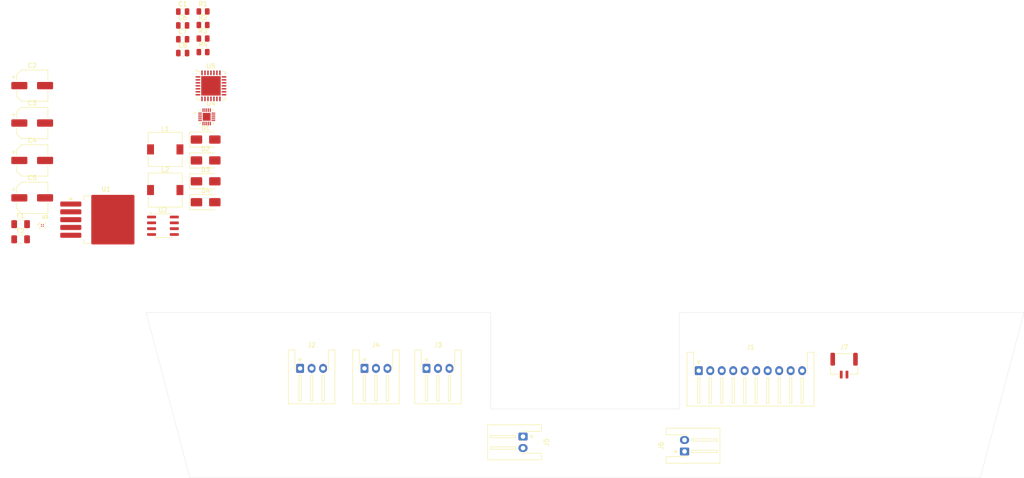
<source format=kicad_pcb>
(kicad_pcb (version 20241229) (generator "pcbnew") (generator_version "9.0")
  (layers (0 "F.Cu" signal) (2 "B.Cu" signal) (13 "F.Paste" user) (15 "B.Paste" user) (5 "F.SilkS" user "F.Silkscreen") (7 "B.SilkS" user "B.Silkscreen") (1 "F.Mask" user) (3 "B.Mask" user) (25 "Edge.Cuts" user))
  (net 0 "")
  (net 1 "Net-(D1-K)")
  (net 2 "Net-(D3-A)")
  (net 3 "Net-(U1-FB)")
  (net 4 "Net-(D4-K)")
  (net 5 "Net-(U2-TC)")
  (net 6 "Net-(U4-1.8VOUT)")
  (net 7 "Net-(U4-VCP)")
  (net 8 "Net-(D1-A)")
  (net 9 "Net-(D2-A)")
  (net 10 "Net-(D3-K)")
  (net 11 "Net-(D4-A)")
  (net 12 "Net-(J6-Pin_2)")
  (net 13 "Net-(J5-Pin_2)")
  (net 14 "Net-(J1-Pin_4)")
  (net 15 "Net-(J1-Pin_3)")
  (net 16 "Net-(J1-Pin_8)")
  (net 17 "Net-(J1-Pin_5)")
  (net 18 "Net-(J1-Pin_7)")
  (net 19 "Net-(J1-Pin_10)")
  (net 20 "Net-(J1-Pin_9)")
  (net 22 "Net-(J4-Pin_3)")
  (net 23 "Net-(J4-Pin_2)")
  (net 24 "Net-(J4-Pin_1)")
  (net 25 "Net-(U2-Vfb)")
  (net 26 "Net-(U3-SCL)")
  (net 27 "Net-(U3-SDA)")
  (net 28 "Net-(U4-VH)")
  (net 31 "Net-(U4-WL)")
  (net 33 "Net-(U4-UL)")
  (net 34 "Net-(U4-UH)")
  (net 35 "Net-(U4-VL)")
  (net 36 "Net-(U4-WH)")
  (footprint "Diode_SMD:D_SMA" (layer "F.Cu") (at 67.44 52.8)
    (property "Reference" "D1" (at 0 -2.5 0) (layer "F.SilkS"))
    (property "Value" "D_Schottky")
    (fp_line (start -3.51 -1.65) (end -3.51 1.65) (stroke (width 0.12)) (layer "F.SilkS"))
    (fp_line (start -3.51 -1.65) (end 2 -1.65) (stroke (width 0.12)) (layer "F.SilkS"))
    (fp_line (start -3.51 1.65) (end 2 1.65) (stroke (width 0.12)) (layer "F.SilkS"))
    (pad "1" smd roundrect (at -2 0) (size 2.5 1.8) (layers "F.Cu" "F.Mask" "F.Paste") (roundrect_rratio 0.1388888889) (net 1 "Net-(D1-K)"))
    (pad "2" smd roundrect (at 2 0) (size 2.5 1.8) (layers "F.Cu" "F.Mask" "F.Paste") (roundrect_rratio 0.1388888889) (net 8 "Net-(D1-A)"))
  )
  (footprint "Connector_JST:JST_XH_S3B-XH-A-1_1x03_P2.50mm_Horizontal" (layer "F.Cu") (at 115.5 102.65)
    (property "Reference" "J3" (at 2.5 -5.1 0) (layer "F.SilkS"))
    (property "Value" "LED Connector")
    (fp_line (start -2.56 -4.01) (end -1.14 -4.01) (stroke (width 0.12)) (layer "F.SilkS"))
    (fp_line (start -2.56 7.71) (end -2.56 -4.01) (stroke (width 0.12)) (layer "F.SilkS"))
    (fp_line (start -1.14 -4.01) (end -1.14 0.49) (stroke (width 0.12)) (layer "F.SilkS"))
    (fp_line (start -0.3 -2.1) (end 0.3 -2.1) (stroke (width 0.12)) (layer "F.SilkS"))
    (fp_line (start -0.25 1.6) (end -0.25 7.1) (stroke (width 0.12)) (layer "F.SilkS"))
    (fp_line (start -0.25 7.1) (end 0.25 7.1) (stroke (width 0.12)) (layer "F.SilkS"))
    (fp_line (start 0 -1.5) (end -0.3 -2.1) (stroke (width 0.12)) (layer "F.SilkS"))
    (fp_line (start 0.25 1.6) (end -0.25 1.6) (stroke (width 0.12)) (layer "F.SilkS"))
    (fp_line (start 0.25 7.1) (end 0.25 1.6) (stroke (width 0.12)) (layer "F.SilkS"))
    (fp_line (start 0.3 -2.1) (end 0 -1.5) (stroke (width 0.12)) (layer "F.SilkS"))
    (fp_line (start 2.25 1.6) (end 2.25 7.1) (stroke (width 0.12)) (layer "F.SilkS"))
    (fp_line (start 2.25 7.1) (end 2.75 7.1) (stroke (width 0.12)) (layer "F.SilkS"))
    (fp_line (start 2.5 7.71) (end -2.56 7.71) (stroke (width 0.12)) (layer "F.SilkS"))
    (fp_line (start 2.5 7.71) (end 7.56 7.71) (stroke (width 0.12)) (layer "F.SilkS"))
    (fp_line (start 2.75 1.6) (end 2.25 1.6) (stroke (width 0.12)) (layer "F.SilkS"))
    (fp_line (start 2.75 7.1) (end 2.75 1.6) (stroke (width 0.12)) (layer "F.SilkS"))
    (fp_line (start 4.75 1.6) (end 4.75 7.1) (stroke (width 0.12)) (layer "F.SilkS"))
    (fp_line (start 4.75 7.1) (end 5.25 7.1) (stroke (width 0.12)) (layer "F.SilkS"))
    (fp_line (start 5.25 1.6) (end 4.75 1.6) (stroke (width 0.12)) (layer "F.SilkS"))
    (fp_line (start 5.25 7.1) (end 5.25 1.6) (stroke (width 0.12)) (layer "F.SilkS"))
    (fp_line (start 6.14 -4.01) (end 6.14 0.49) (stroke (width 0.12)) (layer "F.SilkS"))
    (fp_line (start 7.56 -4.01) (end 6.14 -4.01) (stroke (width 0.12)) (layer "F.SilkS"))
    (fp_line (start 7.56 7.71) (end 7.56 -4.01) (stroke (width 0.12)) (layer "F.SilkS"))
    (pad "1" thru_hole roundrect (at 0 0) (size 1.7 1.95) (drill 0.95) (layers "*.Cu" "*.Mask") (roundrect_rratio 0.147059) (net 2 "Net-(D3-A)"))
    (pad "2" thru_hole oval (at 2.5 0) (size 1.7 1.95) (drill 0.95) (layers "*.Cu" "*.Mask") (net 2 "Net-(D3-A)"))
    (pad "3" thru_hole oval (at 5 0) (size 1.7 1.95) (drill 0.95) (layers "*.Cu" "*.Mask") (net 14 "Net-(J1-Pin_4)"))
  )
  (footprint "Capacitor_SMD:CP_Elec_6.3x5.4" (layer "F.Cu") (at 29.695 49.2)
    (property "Reference" "C3" (at 0 -4.35 0) (layer "F.SilkS"))
    (property "Value" "C_Polarized_Small")
    (fp_line (start -4.4375 -1.8475) (end -3.65 -1.8475) (stroke (width 0.12)) (layer "F.SilkS"))
    (fp_line (start -4.04375 -2.24125) (end -4.04375 -1.45375) (stroke (width 0.12)) (layer "F.SilkS"))
    (fp_line (start -3.41 -2.345563) (end -3.41 -1.06) (stroke (width 0.12)) (layer "F.SilkS"))
    (fp_line (start -3.41 -2.345563) (end -2.345563 -3.41) (stroke (width 0.12)) (layer "F.SilkS"))
    (fp_line (start -3.41 2.345563) (end -3.41 1.06) (stroke (width 0.12)) (layer "F.SilkS"))
    (fp_line (start -3.41 2.345563) (end -2.345563 3.41) (stroke (width 0.12)) (layer "F.SilkS"))
    (fp_line (start -2.345563 -3.41) (end 3.41 -3.41) (stroke (width 0.12)) (layer "F.SilkS"))
    (fp_line (start -2.345563 3.41) (end 3.41 3.41) (stroke (width 0.12)) (layer "F.SilkS"))
    (fp_line (start 3.41 -3.41) (end 3.41 -1.06) (stroke (width 0.12)) (layer "F.SilkS"))
    (fp_line (start 3.41 3.41) (end 3.41 1.06) (stroke (width 0.12)) (layer "F.SilkS"))
    (pad "1" smd roundrect (at -2.8 0) (size 3.5 1.6) (layers "F.Cu" "F.Mask" "F.Paste") (roundrect_rratio 0.15625) (net 3 "Net-(U1-FB)"))
    (pad "2" smd roundrect (at 2.8 0) (size 3.5 1.6) (layers "F.Cu" "F.Mask" "F.Paste") (roundrect_rratio 0.15625) (net 2 "Net-(D3-A)"))
  )
  (footprint "Capacitor_SMD:CP_Elec_6.3x5.4" (layer "F.Cu") (at 29.695 57.35)
    (property "Reference" "C4" (at 0 -4.35 0) (layer "F.SilkS"))
    (property "Value" "C_Polarized_Small")
    (fp_line (start -4.4375 -1.8475) (end -3.65 -1.8475) (stroke (width 0.12)) (layer "F.SilkS"))
    (fp_line (start -4.04375 -2.24125) (end -4.04375 -1.45375) (stroke (width 0.12)) (layer "F.SilkS"))
    (fp_line (start -3.41 -2.345563) (end -3.41 -1.06) (stroke (width 0.12)) (layer "F.SilkS"))
    (fp_line (start -3.41 -2.345563) (end -2.345563 -3.41) (stroke (width 0.12)) (layer "F.SilkS"))
    (fp_line (start -3.41 2.345563) (end -3.41 1.06) (stroke (width 0.12)) (layer "F.SilkS"))
    (fp_line (start -3.41 2.345563) (end -2.345563 3.41) (stroke (width 0.12)) (layer "F.SilkS"))
    (fp_line (start -2.345563 -3.41) (end 3.41 -3.41) (stroke (width 0.12)) (layer "F.SilkS"))
    (fp_line (start -2.345563 3.41) (end 3.41 3.41) (stroke (width 0.12)) (layer "F.SilkS"))
    (fp_line (start 3.41 -3.41) (end 3.41 -1.06) (stroke (width 0.12)) (layer "F.SilkS"))
    (fp_line (start 3.41 3.41) (end 3.41 1.06) (stroke (width 0.12)) (layer "F.SilkS"))
    (pad "1" smd roundrect (at -2.8 0) (size 3.5 1.6) (layers "F.Cu" "F.Mask" "F.Paste") (roundrect_rratio 0.15625) (net 3 "Net-(U1-FB)"))
    (pad "2" smd roundrect (at 2.8 0) (size 3.5 1.6) (layers "F.Cu" "F.Mask" "F.Paste") (roundrect_rratio 0.15625) (net 2 "Net-(D3-A)"))
  )
  (footprint "Connector_JST:JST_GH_BM02B-GHS-TBT_1x02-1MP_P1.25mm_Vertical" (layer "F.Cu") (at 206.375 102.05)
    (property "Reference" "J7" (at 0 -4 0) (layer "F.SilkS"))
    (property "Value" "Speaker Connector")
    (fp_line (start -2.985 0.26) (end -2.985 1.86) (stroke (width 0.12)) (layer "F.SilkS"))
    (fp_line (start -2.985 1.86) (end -1.185 1.86) (stroke (width 0.12)) (layer "F.SilkS"))
    (fp_line (start -1.715 -2.61) (end 1.715 -2.61) (stroke (width 0.12)) (layer "F.SilkS"))
    (fp_line (start -1.185 1.86) (end -1.185 2.8) (stroke (width 0.12)) (layer "F.SilkS"))
    (fp_line (start 2.985 0.26) (end 2.985 1.86) (stroke (width 0.12)) (layer "F.SilkS"))
    (fp_line (start 2.985 1.86) (end 1.185 1.86) (stroke (width 0.12)) (layer "F.SilkS"))
    (pad "1" smd roundrect (at -0.625 1.95) (size 0.6 1.7) (layers "F.Cu" "F.Mask" "F.Paste") (net 19 "Net-(J1-Pin_10)"))
    (pad "2" smd roundrect (at 0.625 1.95) (size 0.6 1.7) (layers "F.Cu" "F.Mask" "F.Paste") (net 20 "Net-(J1-Pin_9)"))
    (pad "MP" smd roundrect (at -2.475 -1.4) (size 1 2.8) (layers "F.Cu" "F.Mask" "F.Paste"))
    (pad "MP" smd roundrect (at 2.475 -1.4) (size 1 2.8) (layers "F.Cu" "F.Mask" "F.Paste"))
  )
  (footprint "Connector_JST:JST_XH_S2B-XH-A-1_1x02_P2.50mm_Horizontal" (layer "F.Cu") (at 171.65 120.75 90)
    (property "Reference" "J6" (at 1.25 -5.1 90) (layer "F.SilkS"))
    (property "Value" "12v Input 2")
    (fp_line (start 5.06 -4.01) (end 3.64 -4.01) (stroke (width 0.12)) (layer "F.SilkS"))
    (fp_line (start 3.64 -4.01) (end 3.64 0.49) (stroke (width 0.12)) (layer "F.SilkS"))
    (fp_line (start -1.14 -4.01) (end -1.14 0.49) (stroke (width 0.12)) (layer "F.SilkS"))
    (fp_line (start -2.56 -4.01) (end -1.14 -4.01) (stroke (width 0.12)) (layer "F.SilkS"))
    (fp_line (start 0.3 -2.1) (end 0 -1.5) (stroke (width 0.12)) (layer "F.SilkS"))
    (fp_line (start -0.3 -2.1) (end 0.3 -2.1) (stroke (width 0.12)) (layer "F.SilkS"))
    (fp_line (start 0 -1.5) (end -0.3 -2.1) (stroke (width 0.12)) (layer "F.SilkS"))
    (fp_line (start 2.75 1.6) (end 2.25 1.6) (stroke (width 0.12)) (layer "F.SilkS"))
    (fp_line (start 2.25 1.6) (end 2.25 7.1) (stroke (width 0.12)) (layer "F.SilkS"))
    (fp_line (start 0.25 1.6) (end -0.25 1.6) (stroke (width 0.12)) (layer "F.SilkS"))
    (fp_line (start -0.25 1.6) (end -0.25 7.1) (stroke (width 0.12)) (layer "F.SilkS"))
    (fp_line (start 2.75 7.1) (end 2.75 1.6) (stroke (width 0.12)) (layer "F.SilkS"))
    (fp_line (start 2.25 7.1) (end 2.75 7.1) (stroke (width 0.12)) (layer "F.SilkS"))
    (fp_line (start 0.25 7.1) (end 0.25 1.6) (stroke (width 0.12)) (layer "F.SilkS"))
    (fp_line (start -0.25 7.1) (end 0.25 7.1) (stroke (width 0.12)) (layer "F.SilkS"))
    (fp_line (start 5.06 7.71) (end 5.06 -4.01) (stroke (width 0.12)) (layer "F.SilkS"))
    (fp_line (start 1.25 7.71) (end 5.06 7.71) (stroke (width 0.12)) (layer "F.SilkS"))
    (fp_line (start 1.25 7.71) (end -2.56 7.71) (stroke (width 0.12)) (layer "F.SilkS"))
    (fp_line (start -2.56 7.71) (end -2.56 -4.01) (stroke (width 0.12)) (layer "F.SilkS"))
    (pad "1" thru_hole roundrect (at 0 0 90) (size 1.7 2) (drill 1) (layers "*.Cu" "*.Mask") (roundrect_rratio 0.147059) (net 2 "Net-(D3-A)"))
    (pad "2" thru_hole oval (at 2.5 0 90) (size 1.7 2) (drill 1) (layers "*.Cu" "*.Mask") (net 12 "Net-(J6-Pin_2)"))
  )
  (footprint "MMC5603NJ:XDCR_MMC5603NJ" (layer "F.Cu") (at 31.915 71.51)
    (property "Reference" "U3" (at 0.607 -1.8314 0) (layer "F.SilkS") (effects (font (size 0.64 0.64))))
    (property "Value" "MMC5603NJ")
    (fp_line (start -0.635 -0.635) (end -0.635 -0.3175) (stroke (width 0.127)) (layer "F.SilkS"))
    (fp_line (start -0.635 -0.635) (end -0.3175 -0.635) (stroke (width 0.127)) (layer "F.SilkS"))
    (fp_line (start -0.635 0.635) (end -0.635 0.3175) (stroke (width 0.127)) (layer "F.SilkS"))
    (fp_line (start -0.635 0.635) (end -0.3175 0.635) (stroke (width 0.127)) (layer "F.SilkS"))
    (fp_line (start 0.635 -0.635) (end 0.3175 -0.635) (stroke (width 0.127)) (layer "F.SilkS"))
    (fp_line (start 0.635 -0.635) (end 0.635 -0.3175) (stroke (width 0.127)) (layer "F.SilkS"))
    (fp_line (start 0.635 0.635) (end 0.3175 0.635) (stroke (width 0.127)) (layer "F.SilkS"))
    (fp_line (start 0.635 0.635) (end 0.635 0.3175) (stroke (width 0.127)) (layer "F.SilkS"))
    (fp_circle (center -0.925 -0.2) (end -0.825 -0.2) (stroke (width 0.2)) (fill no) (layer "F.SilkS"))
    (pad "A1" smd circle (at -0.2 -0.2) (size 0.23 0.23) (layers "F.Cu" "F.Paste") (net 2 "Net-(D3-A)"))
    (pad "A2" smd circle (at 0.2 -0.2) (size 0.23 0.23) (layers "F.Cu" "F.Paste") (net 26 "Net-(U3-SCL)"))
    (pad "B1" smd circle (at -0.2 0.2) (size 0.23 0.23) (layers "F.Cu" "F.Paste") (net 15 "Net-(J1-Pin_3)"))
    (pad "B2" smd circle (at 0.2 0.2) (size 0.23 0.23) (layers "F.Cu" "F.Paste") (net 27 "Net-(U3-SDA)"))
  )
  (footprint "Diode_SMD:D_SMA" (layer "F.Cu") (at 67.44 66.45)
    (property "Reference" "D4" (at 0 -2.5 0) (layer "F.SilkS"))
    (property "Value" "D_Schottky")
    (fp_line (start -3.51 -1.65) (end -3.51 1.65) (stroke (width 0.12)) (layer "F.SilkS"))
    (fp_line (start -3.51 -1.65) (end 2 -1.65) (stroke (width 0.12)) (layer "F.SilkS"))
    (fp_line (start -3.51 1.65) (end 2 1.65) (stroke (width 0.12)) (layer "F.SilkS"))
    (pad "1" smd roundrect (at -2 0) (size 2.5 1.8) (layers "F.Cu" "F.Mask" "F.Paste") (roundrect_rratio 0.1388888889) (net 4 "Net-(D4-K)"))
    (pad "2" smd roundrect (at 2 0) (size 2.5 1.8) (layers "F.Cu" "F.Mask" "F.Paste") (roundrect_rratio 0.1388888889) (net 11 "Net-(D4-A)"))
  )
  (footprint "Diode_SMD:D_SMA" (layer "F.Cu") (at 67.44 61.9)
    (property "Reference" "D3" (at 0 -2.5 0) (layer "F.SilkS"))
    (property "Value" "D_Schottky")
    (fp_line (start -3.51 -1.65) (end -3.51 1.65) (stroke (width 0.12)) (layer "F.SilkS"))
    (fp_line (start -3.51 -1.65) (end 2 -1.65) (stroke (width 0.12)) (layer "F.SilkS"))
    (fp_line (start -3.51 1.65) (end 2 1.65) (stroke (width 0.12)) (layer "F.SilkS"))
    (pad "1" smd roundrect (at -2 0) (size 2.5 1.8) (layers "F.Cu" "F.Mask" "F.Paste") (roundrect_rratio 0.1388888889) (net 10 "Net-(D3-K)"))
    (pad "2" smd roundrect (at 2 0) (size 2.5 1.8) (layers "F.Cu" "F.Mask" "F.Paste") (roundrect_rratio 0.1388888889) (net 2 "Net-(D3-A)"))
  )
  (footprint "Resistor_SMD:R_0805_2012Metric" (layer "F.Cu") (at 66.875 30.8)
    (property "Reference" "R3" (at 0 -1.65 0) (layer "F.SilkS"))
    (property "Value" "R_Small")
    (fp_line (start -0.227064 -0.735) (end 0.227064 -0.735) (stroke (width 0.12)) (layer "F.SilkS"))
    (fp_line (start -0.227064 0.735) (end 0.227064 0.735) (stroke (width 0.12)) (layer "F.SilkS"))
    (pad "1" smd roundrect (at -0.9125 0) (size 1.025 1.4) (layers "F.Cu" "F.Mask" "F.Paste") (roundrect_rratio 0.243902) (net 16 "Net-(J1-Pin_8)"))
    (pad "2" smd roundrect (at 0.9125 0) (size 1.025 1.4) (layers "F.Cu" "F.Mask" "F.Paste") (roundrect_rratio 0.243902) (net 26 "Net-(U3-SCL)"))
  )
  (footprint "Capacitor_SMD:C_0805_2012Metric" (layer "F.Cu") (at 62.445 30.95)
    (property "Reference" "C7" (at 0 -1.68 0) (layer "F.SilkS"))
    (property "Value" "C_Small")
    (fp_line (start -0.261252 -0.735) (end 0.261252 -0.735) (stroke (width 0.12)) (layer "F.SilkS"))
    (fp_line (start -0.261252 0.735) (end 0.261252 0.735) (stroke (width 0.12)) (layer "F.SilkS"))
    (pad "1" smd roundrect (at -0.95 0) (size 1 1.45) (layers "F.Cu" "F.Mask" "F.Paste") (net 6 "Net-(U4-1.8VOUT)"))
    (pad "2" smd roundrect (at 0.95 0) (size 1 1.45) (layers "F.Cu" "F.Mask" "F.Paste") (net 2 "Net-(D3-A)"))
  )
  (footprint "Package_TO_SOT_SMD:TO-263-5_TabPin3" (layer "F.Cu") (at 45.745 70.25)
    (property "Reference" "U1" (at 0 -6.65 0) (layer "F.SilkS"))
    (property "Value" "LM2596S-5")
    (fp_line (start -4.825 -5.2) (end -4.825 -4.25) (stroke (width 0.12)) (layer "F.SilkS"))
    (fp_line (start -4.825 5.2) (end -4.825 4.25) (stroke (width 0.12)) (layer "F.SilkS"))
    (fp_line (start -3.46 -5.2) (end -4.825 -5.2) (stroke (width 0.12)) (layer "F.SilkS"))
    (fp_line (start -3.46 5.2) (end -4.825 5.2) (stroke (width 0.12)) (layer "F.SilkS"))
    (fp_poly (pts (xy -7.65 -4.21) (xy -7.99 -4.68) (xy -7.31 -4.68)) (stroke (width 0.12)) (fill yes) (layer "F.SilkS"))
    (pad "1" smd roundrect (at -7.65 -3.4) (size 4.6 1.1) (layers "F.Cu" "F.Mask" "F.Paste") (roundrect_rratio 0.227273) (net 1 "Net-(D1-K)"))
    (pad "2" smd roundrect (at -7.65 -1.7) (size 4.6 1.1) (layers "F.Cu" "F.Mask" "F.Paste") (roundrect_rratio 0.227273) (net 10 "Net-(D3-K)"))
    (pad "3" smd roundrect (at -7.65 0) (size 4.6 1.1) (layers "F.Cu" "F.Mask" "F.Paste") (roundrect_rratio 0.227273) (net 2 "Net-(D3-A)"))
    (pad "3" smd roundrect (at 1.5 0) (size 9.4 10.8) (layers "F.Cu" "F.Mask") (roundrect_rratio 0.026596) (net 2 "Net-(D3-A)"))
    (pad "4" smd roundrect (at -7.65 1.7) (size 4.6 1.1) (layers "F.Cu" "F.Mask" "F.Paste") (roundrect_rratio 0.227273) (net 3 "Net-(U1-FB)"))
    (pad "5" smd roundrect (at -7.65 3.4) (size 4.6 1.1) (layers "F.Cu" "F.Mask" "F.Paste") (roundrect_rratio 0.227273) (net 2 "Net-(D3-A)"))
  )
  (footprint "Diode_SMD:D_SMA" (layer "F.Cu") (at 67.44 57.35)
    (property "Reference" "D2" (at 0 -2.5 0) (layer "F.SilkS"))
    (property "Value" "D_Schottky")
    (fp_line (start -3.51 -1.65) (end -3.51 1.65) (stroke (width 0.12)) (layer "F.SilkS"))
    (fp_line (start -3.51 -1.65) (end 2 -1.65) (stroke (width 0.12)) (layer "F.SilkS"))
    (fp_line (start -3.51 1.65) (end 2 1.65) (stroke (width 0.12)) (layer "F.SilkS"))
    (pad "1" smd roundrect (at -2 0) (size 2.5 1.8) (layers "F.Cu" "F.Mask" "F.Paste") (roundrect_rratio 0.1388888889) (net 1 "Net-(D1-K)"))
    (pad "2" smd roundrect (at 2 0) (size 2.5 1.8) (layers "F.Cu" "F.Mask" "F.Paste") (roundrect_rratio 0.1388888889) (net 9 "Net-(D2-A)"))
  )
  (footprint "Connector_JST:JST_XH_S3B-XH-A-1_1x03_P2.50mm_Horizontal" (layer "F.Cu") (at 88 102.65)
    (property "Reference" "J2" (at 2.5 -5.1 0) (layer "F.SilkS"))
    (property "Value" "Encoder Connector")
    (fp_line (start -2.56 -4.01) (end -1.14 -4.01) (stroke (width 0.12)) (layer "F.SilkS"))
    (fp_line (start -2.56 7.71) (end -2.56 -4.01) (stroke (width 0.12)) (layer "F.SilkS"))
    (fp_line (start -1.14 -4.01) (end -1.14 0.49) (stroke (width 0.12)) (layer "F.SilkS"))
    (fp_line (start -0.3 -2.1) (end 0.3 -2.1) (stroke (width 0.12)) (layer "F.SilkS"))
    (fp_line (start -0.25 1.6) (end -0.25 7.1) (stroke (width 0.12)) (layer "F.SilkS"))
    (fp_line (start -0.25 7.1) (end 0.25 7.1) (stroke (width 0.12)) (layer "F.SilkS"))
    (fp_line (start 0 -1.5) (end -0.3 -2.1) (stroke (width 0.12)) (layer "F.SilkS"))
    (fp_line (start 0.25 1.6) (end -0.25 1.6) (stroke (width 0.12)) (layer "F.SilkS"))
    (fp_line (start 0.25 7.1) (end 0.25 1.6) (stroke (width 0.12)) (layer "F.SilkS"))
    (fp_line (start 0.3 -2.1) (end 0 -1.5) (stroke (width 0.12)) (layer "F.SilkS"))
    (fp_line (start 2.25 1.6) (end 2.25 7.1) (stroke (width 0.12)) (layer "F.SilkS"))
    (fp_line (start 2.25 7.1) (end 2.75 7.1) (stroke (width 0.12)) (layer "F.SilkS"))
    (fp_line (start 2.5 7.71) (end -2.56 7.71) (stroke (width 0.12)) (layer "F.SilkS"))
    (fp_line (start 2.5 7.71) (end 7.56 7.71) (stroke (width 0.12)) (layer "F.SilkS"))
    (fp_line (start 2.75 1.6) (end 2.25 1.6) (stroke (width 0.12)) (layer "F.SilkS"))
    (fp_line (start 2.75 7.1) (end 2.75 1.6) (stroke (width 0.12)) (layer "F.SilkS"))
    (fp_line (start 4.75 1.6) (end 4.75 7.1) (stroke (width 0.12)) (layer "F.SilkS"))
    (fp_line (start 4.75 7.1) (end 5.25 7.1) (stroke (width 0.12)) (layer "F.SilkS"))
    (fp_line (start 5.25 1.6) (end 4.75 1.6) (stroke (width 0.12)) (layer "F.SilkS"))
    (fp_line (start 5.25 7.1) (end 5.25 1.6) (stroke (width 0.12)) (layer "F.SilkS"))
    (fp_line (start 6.14 -4.01) (end 6.14 0.49) (stroke (width 0.12)) (layer "F.SilkS"))
    (fp_line (start 7.56 -4.01) (end 6.14 -4.01) (stroke (width 0.12)) (layer "F.SilkS"))
    (fp_line (start 7.56 7.71) (end 7.56 -4.01) (stroke (width 0.12)) (layer "F.SilkS"))
    (pad "1" thru_hole roundrect (at 0 0) (size 1.7 1.95) (drill 0.95) (layers "*.Cu" "*.Mask") (roundrect_rratio 0.147059) (net 15 "Net-(J1-Pin_3)"))
    (pad "2" thru_hole oval (at 2.5 0) (size 1.7 1.95) (drill 0.95) (layers "*.Cu" "*.Mask") (net 2 "Net-(D3-A)"))
    (pad "3" thru_hole oval (at 5 0) (size 1.7 1.95) (drill 0.95) (layers "*.Cu" "*.Mask") (net 17 "Net-(J1-Pin_5)"))
  )
  (footprint "Connector_JST:JST_XH_S10B-XH-A-1_1x10_P2.50mm_Horizontal" (layer "F.Cu") (at 174.75 103.15)
    (property "Reference" "J1" (at 11.25 -5.1 0) (layer "F.SilkS"))
    (property "Value" "ESP32")
    (fp_line (start -2.56 -4.01) (end -1.14 -4.01) (stroke (width 0.12)) (layer "F.SilkS"))
    (fp_line (start -2.56 7.71) (end -2.56 -4.01) (stroke (width 0.12)) (layer "F.SilkS"))
    (fp_line (start -1.14 -4.01) (end -1.14 0.49) (stroke (width 0.12)) (layer "F.SilkS"))
    (fp_line (start -0.3 -2.1) (end 0.3 -2.1) (stroke (width 0.12)) (layer "F.SilkS"))
    (fp_line (start -0.25 1.6) (end -0.25 7.1) (stroke (width 0.12)) (layer "F.SilkS"))
    (fp_line (start -0.25 7.1) (end 0.25 7.1) (stroke (width 0.12)) (layer "F.SilkS"))
    (fp_line (start 0 -1.5) (end -0.3 -2.1) (stroke (width 0.12)) (layer "F.SilkS"))
    (fp_line (start 0.25 1.6) (end -0.25 1.6) (stroke (width 0.12)) (layer "F.SilkS"))
    (fp_line (start 0.25 7.1) (end 0.25 1.6) (stroke (width 0.12)) (layer "F.SilkS"))
    (fp_line (start 0.3 -2.1) (end 0 -1.5) (stroke (width 0.12)) (layer "F.SilkS"))
    (fp_line (start 2.25 1.6) (end 2.25 7.1) (stroke (width 0.12)) (layer "F.SilkS"))
    (fp_line (start 2.25 7.1) (end 2.75 7.1) (stroke (width 0.12)) (layer "F.SilkS"))
    (fp_line (start 2.75 1.6) (end 2.25 1.6) (stroke (width 0.12)) (layer "F.SilkS"))
    (fp_line (start 2.75 7.1) (end 2.75 1.6) (stroke (width 0.12)) (layer "F.SilkS"))
    (fp_line (start 4.75 1.6) (end 4.75 7.1) (stroke (width 0.12)) (layer "F.SilkS"))
    (fp_line (start 4.75 7.1) (end 5.25 7.1) (stroke (width 0.12)) (layer "F.SilkS"))
    (fp_line (start 5.25 1.6) (end 4.75 1.6) (stroke (width 0.12)) (layer "F.SilkS"))
    (fp_line (start 5.25 7.1) (end 5.25 1.6) (stroke (width 0.12)) (layer "F.SilkS"))
    (fp_line (start 7.25 1.6) (end 7.25 7.1) (stroke (width 0.12)) (layer "F.SilkS"))
    (fp_line (start 7.25 7.1) (end 7.75 7.1) (stroke (width 0.12)) (layer "F.SilkS"))
    (fp_line (start 7.75 1.6) (end 7.25 1.6) (stroke (width 0.12)) (layer "F.SilkS"))
    (fp_line (start 7.75 7.1) (end 7.75 1.6) (stroke (width 0.12)) (layer "F.SilkS"))
    (fp_line (start 9.75 1.6) (end 9.75 7.1) (stroke (width 0.12)) (layer "F.SilkS"))
    (fp_line (start 9.75 7.1) (end 10.25 7.1) (stroke (width 0.12)) (layer "F.SilkS"))
    (fp_line (start 10.25 1.6) (end 9.75 1.6) (stroke (width 0.12)) (layer "F.SilkS"))
    (fp_line (start 10.25 7.1) (end 10.25 1.6) (stroke (width 0.12)) (layer "F.SilkS"))
    (fp_line (start 11.25 7.71) (end -2.56 7.71) (stroke (width 0.12)) (layer "F.SilkS"))
    (fp_line (start 11.25 7.71) (end 25.06 7.71) (stroke (width 0.12)) (layer "F.SilkS"))
    (fp_line (start 12.25 1.6) (end 12.25 7.1) (stroke (width 0.12)) (layer "F.SilkS"))
    (fp_line (start 12.25 7.1) (end 12.75 7.1) (stroke (width 0.12)) (layer "F.SilkS"))
    (fp_line (start 12.75 1.6) (end 12.25 1.6) (stroke (width 0.12)) (layer "F.SilkS"))
    (fp_line (start 12.75 7.1) (end 12.75 1.6) (stroke (width 0.12)) (layer "F.SilkS"))
    (fp_line (start 14.75 1.6) (end 14.75 7.1) (stroke (width 0.12)) (layer "F.SilkS"))
    (fp_line (start 14.75 7.1) (end 15.25 7.1) (stroke (width 0.12)) (layer "F.SilkS"))
    (fp_line (start 15.25 1.6) (end 14.75 1.6) (stroke (width 0.12)) (layer "F.SilkS"))
    (fp_line (start 15.25 7.1) (end 15.25 1.6) (stroke (width 0.12)) (layer "F.SilkS"))
    (fp_line (start 17.25 1.6) (end 17.25 7.1) (stroke (width 0.12)) (layer "F.SilkS"))
    (fp_line (start 17.25 7.1) (end 17.75 7.1) (stroke (width 0.12)) (layer "F.SilkS"))
    (fp_line (start 17.75 1.6) (end 17.25 1.6) (stroke (width 0.12)) (layer "F.SilkS"))
    (fp_line (start 17.75 7.1) (end 17.75 1.6) (stroke (width 0.12)) (layer "F.SilkS"))
    (fp_line (start 19.75 1.6) (end 19.75 7.1) (stroke (width 0.12)) (layer "F.SilkS"))
    (fp_line (start 19.75 7.1) (end 20.25 7.1) (stroke (width 0.12)) (layer "F.SilkS"))
    (fp_line (start 20.25 1.6) (end 19.75 1.6) (stroke (width 0.12)) (layer "F.SilkS"))
    (fp_line (start 20.25 7.1) (end 20.25 1.6) (stroke (width 0.12)) (layer "F.SilkS"))
    (fp_line (start 22.25 1.6) (end 22.25 7.1) (stroke (width 0.12)) (layer "F.SilkS"))
    (fp_line (start 22.25 7.1) (end 22.75 7.1) (stroke (width 0.12)) (layer "F.SilkS"))
    (fp_line (start 22.75 1.6) (end 22.25 1.6) (stroke (width 0.12)) (layer "F.SilkS"))
    (fp_line (start 22.75 7.1) (end 22.75 1.6) (stroke (width 0.12)) (layer "F.SilkS"))
    (fp_line (start 23.64 -4.01) (end 23.64 0.49) (stroke (width 0.12)) (layer "F.SilkS"))
    (fp_line (start 25.06 -4.01) (end 23.64 -4.01) (stroke (width 0.12)) (layer "F.SilkS"))
    (fp_line (start 25.06 7.71) (end 25.06 -4.01) (stroke (width 0.12)) (layer "F.SilkS"))
    (pad "1" thru_hole roundrect (at 0 0) (size 1.7 1.95) (drill 0.95) (layers "*.Cu" "*.Mask") (roundrect_rratio 0.147059) (net 2 "Net-(D3-A)"))
    (pad "2" thru_hole oval (at 2.5 0) (size 1.7 1.95) (drill 0.95) (layers "*.Cu" "*.Mask") (net 2 "Net-(D3-A)"))
    (pad "3" thru_hole oval (at 5 0) (size 1.7 1.95) (drill 0.95) (layers "*.Cu" "*.Mask") (net 15 "Net-(J1-Pin_3)"))
    (pad "4" thru_hole oval (at 7.5 0) (size 1.7 1.95) (drill 0.95) (layers "*.Cu" "*.Mask") (net 14 "Net-(J1-Pin_4)"))
    (pad "5" thru_hole oval (at 10 0) (size 1.7 1.95) (drill 0.95) (layers "*.Cu" "*.Mask") (net 17 "Net-(J1-Pin_5)"))
    (pad "6" thru_hole oval (at 12.5 0) (size 1.7 1.95) (drill 0.95) (layers "*.Cu" "*.Mask"))
    (pad "7" thru_hole oval (at 15 0) (size 1.7 1.95) (drill 0.95) (layers "*.Cu" "*.Mask") (net 18 "Net-(J1-Pin_7)"))
    (pad "8" thru_hole oval (at 17.5 0) (size 1.7 1.95) (drill 0.95) (layers "*.Cu" "*.Mask") (net 16 "Net-(J1-Pin_8)"))
    (pad "9" thru_hole oval (at 20 0) (size 1.7 1.95) (drill 0.95) (layers "*.Cu" "*.Mask") (net 20 "Net-(J1-Pin_9)"))
    (pad "10" thru_hole oval (at 22.5 0) (size 1.7 1.95) (drill 0.95) (layers "*.Cu" "*.Mask") (net 19 "Net-(J1-Pin_10)"))
  )
  (footprint "Resistor_SMD:R_0805_2012Metric" (layer "F.Cu") (at 66.875 24.9)
    (property "Reference" "R1" (at 0 -1.65 0) (layer "F.SilkS"))
    (property "Value" "R_Small")
    (fp_line (start -0.227064 -0.735) (end 0.227064 -0.735) (stroke (width 0.12)) (layer "F.SilkS"))
    (fp_line (start -0.227064 0.735) (end 0.227064 0.735) (stroke (width 0.12)) (layer "F.SilkS"))
    (pad "1" smd roundrect (at -0.9125 0) (size 1.025 1.4) (layers "F.Cu" "F.Mask" "F.Paste") (roundrect_rratio 0.243902) (net 25 "Net-(U2-Vfb)"))
    (pad "2" smd roundrect (at 0.9125 0) (size 1.025 1.4) (layers "F.Cu" "F.Mask" "F.Paste") (roundrect_rratio 0.243902) (net 2 "Net-(D3-A)"))
  )
  (footprint "Connector_JST:JST_XH_S2B-XH-A-1_1x02_P2.50mm_Horizontal" (layer "F.Cu") (at 136.5 117.5 -90)
    (property "Reference" "J5" (at 1.25 -5.1 90) (layer "F.SilkS"))
    (property "Value" "12v Input 1")
    (fp_line (start -2.56 7.71) (end -2.56 -4.01) (stroke (width 0.12)) (layer "F.SilkS"))
    (fp_line (start 1.25 7.71) (end -2.56 7.71) (stroke (width 0.12)) (layer "F.SilkS"))
    (fp_line (start 1.25 7.71) (end 5.06 7.71) (stroke (width 0.12)) (layer "F.SilkS"))
    (fp_line (start 5.06 7.71) (end 5.06 -4.01) (stroke (width 0.12)) (layer "F.SilkS"))
    (fp_line (start -0.25 7.1) (end 0.25 7.1) (stroke (width 0.12)) (layer "F.SilkS"))
    (fp_line (start 0.25 7.1) (end 0.25 1.6) (stroke (width 0.12)) (layer "F.SilkS"))
    (fp_line (start 2.25 7.1) (end 2.75 7.1) (stroke (width 0.12)) (layer "F.SilkS"))
    (fp_line (start 2.75 7.1) (end 2.75 1.6) (stroke (width 0.12)) (layer "F.SilkS"))
    (fp_line (start -0.25 1.6) (end -0.25 7.1) (stroke (width 0.12)) (layer "F.SilkS"))
    (fp_line (start 0.25 1.6) (end -0.25 1.6) (stroke (width 0.12)) (layer "F.SilkS"))
    (fp_line (start 2.25 1.6) (end 2.25 7.1) (stroke (width 0.12)) (layer "F.SilkS"))
    (fp_line (start 2.75 1.6) (end 2.25 1.6) (stroke (width 0.12)) (layer "F.SilkS"))
    (fp_line (start 0 -1.5) (end -0.3 -2.1) (stroke (width 0.12)) (layer "F.SilkS"))
    (fp_line (start -0.3 -2.1) (end 0.3 -2.1) (stroke (width 0.12)) (layer "F.SilkS"))
    (fp_line (start 0.3 -2.1) (end 0 -1.5) (stroke (width 0.12)) (layer "F.SilkS"))
    (fp_line (start -2.56 -4.01) (end -1.14 -4.01) (stroke (width 0.12)) (layer "F.SilkS"))
    (fp_line (start -1.14 -4.01) (end -1.14 0.49) (stroke (width 0.12)) (layer "F.SilkS"))
    (fp_line (start 3.64 -4.01) (end 3.64 0.49) (stroke (width 0.12)) (layer "F.SilkS"))
    (fp_line (start 5.06 -4.01) (end 3.64 -4.01) (stroke (width 0.12)) (layer "F.SilkS"))
    (pad "1" thru_hole roundrect (at 0 0 270) (size 1.7 2) (drill 1) (layers "*.Cu" "*.Mask") (roundrect_rratio 0.147059) (net 2 "Net-(D3-A)"))
    (pad "2" thru_hole oval (at 2.5 0 270) (size 1.7 2) (drill 1) (layers "*.Cu" "*.Mask") (net 13 "Net-(J5-Pin_2)"))
  )
  (footprint "Capacitor_SMD:CP_Elec_6.3x5.4" (layer "F.Cu") (at 29.695 41.05)
    (property "Reference" "C2" (at 0 -4.35 0) (layer "F.SilkS"))
    (property "Value" "C_Polarized_Small")
    (fp_line (start -4.4375 -1.8475) (end -3.65 -1.8475) (stroke (width 0.12)) (layer "F.SilkS"))
    (fp_line (start -4.04375 -2.24125) (end -4.04375 -1.45375) (stroke (width 0.12)) (layer "F.SilkS"))
    (fp_line (start -3.41 -2.345563) (end -3.41 -1.06) (stroke (width 0.12)) (layer "F.SilkS"))
    (fp_line (start -3.41 -2.345563) (end -2.345563 -3.41) (stroke (width 0.12)) (layer "F.SilkS"))
    (fp_line (start -3.41 2.345563) (end -3.41 1.06) (stroke (width 0.12)) (layer "F.SilkS"))
    (fp_line (start -3.41 2.345563) (end -2.345563 3.41) (stroke (width 0.12)) (layer "F.SilkS"))
    (fp_line (start -2.345563 -3.41) (end 3.41 -3.41) (stroke (width 0.12)) (layer "F.SilkS"))
    (fp_line (start -2.345563 3.41) (end 3.41 3.41) (stroke (width 0.12)) (layer "F.SilkS"))
    (fp_line (start 3.41 -3.41) (end 3.41 -1.06) (stroke (width 0.12)) (layer "F.SilkS"))
    (fp_line (start 3.41 3.41) (end 3.41 1.06) (stroke (width 0.12)) (layer "F.SilkS"))
    (pad "1" smd roundrect (at -2.8 0) (size 3.5 1.6) (layers "F.Cu" "F.Mask" "F.Paste") (roundrect_rratio 0.15625) (net 1 "Net-(D1-K)"))
    (pad "2" smd roundrect (at 2.8 0) (size 3.5 1.6) (layers "F.Cu" "F.Mask" "F.Paste") (roundrect_rratio 0.15625) (net 2 "Net-(D3-A)"))
  )
  (footprint "Fuse:Fuse_1206_3216Metric" (layer "F.Cu") (at 27.175 74.54)
    (property "Reference" "F2" (at 0 -1.83 0) (layer "F.SilkS"))
    (property "Value" "Fuse")
    (fp_line (start -0.602064 -0.91) (end 0.602064 -0.91) (stroke (width 0.12)) (layer "F.SilkS"))
    (fp_line (start -0.602064 0.91) (end 0.602064 0.91) (stroke (width 0.12)) (layer "F.SilkS"))
    (pad "1" smd roundrect (at -1.4 0) (size 1.25 1.75) (layers "F.Cu" "F.Mask" "F.Paste") (roundrect_rratio 0.2) (net 9 "Net-(D2-A)"))
    (pad "2" smd roundrect (at 1.4 0) (size 1.25 1.75) (layers "F.Cu" "F.Mask" "F.Paste") (roundrect_rratio 0.2) (net 13 "Net-(J5-Pin_2)"))
  )
  (footprint "Connector_JST:JST_XH_S3B-XH-A-1_1x03_P2.50mm_Horizontal" (layer "F.Cu") (at 102 102.65)
    (property "Reference" "J4" (at 2.5 -5.1 0) (layer "F.SilkS"))
    (property "Value" "Motor Connector")
    (fp_line (start -2.56 -4.01) (end -1.14 -4.01) (stroke (width 0.12)) (layer "F.SilkS"))
    (fp_line (start -2.56 7.71) (end -2.56 -4.01) (stroke (width 0.12)) (layer "F.SilkS"))
    (fp_line (start -1.14 -4.01) (end -1.14 0.49) (stroke (width 0.12)) (layer "F.SilkS"))
    (fp_line (start -0.3 -2.1) (end 0.3 -2.1) (stroke (width 0.12)) (layer "F.SilkS"))
    (fp_line (start -0.25 1.6) (end -0.25 7.1) (stroke (width 0.12)) (layer "F.SilkS"))
    (fp_line (start -0.25 7.1) (end 0.25 7.1) (stroke (width 0.12)) (layer "F.SilkS"))
    (fp_line (start 0 -1.5) (end -0.3 -2.1) (stroke (width 0.12)) (layer "F.SilkS"))
    (fp_line (start 0.25 1.6) (end -0.25 1.6) (stroke (width 0.12)) (layer "F.SilkS"))
    (fp_line (start 0.25 7.1) (end 0.25 1.6) (stroke (width 0.12)) (layer "F.SilkS"))
    (fp_line (start 0.3 -2.1) (end 0 -1.5) (stroke (width 0.12)) (layer "F.SilkS"))
    (fp_line (start 2.25 1.6) (end 2.25 7.1) (stroke (width 0.12)) (layer "F.SilkS"))
    (fp_line (start 2.25 7.1) (end 2.75 7.1) (stroke (width 0.12)) (layer "F.SilkS"))
    (fp_line (start 2.5 7.71) (end -2.56 7.71) (stroke (width 0.12)) (layer "F.SilkS"))
    (fp_line (start 2.5 7.71) (end 7.56 7.71) (stroke (width 0.12)) (layer "F.SilkS"))
    (fp_line (start 2.75 1.6) (end 2.25 1.6) (stroke (width 0.12)) (layer "F.SilkS"))
    (fp_line (start 2.75 7.1) (end 2.75 1.6) (stroke (width 0.12)) (layer "F.SilkS"))
    (fp_line (start 4.75 1.6) (end 4.75 7.1) (stroke (width 0.12)) (layer "F.SilkS"))
    (fp_line (start 4.75 7.1) (end 5.25 7.1) (stroke (width 0.12)) (layer "F.SilkS"))
    (fp_line (start 5.25 1.6) (end 4.75 1.6) (stroke (width 0.12)) (layer "F.SilkS"))
    (fp_line (start 5.25 7.1) (end 5.25 1.6) (stroke (width 0.12)) (layer "F.SilkS"))
    (fp_line (start 6.14 -4.01) (end 6.14 0.49) (stroke (width 0.12)) (layer "F.SilkS"))
    (fp_line (start 7.56 -4.01) (end 6.14 -4.01) (stroke (width 0.12)) (layer "F.SilkS"))
    (fp_line (start 7.56 7.71) (end 7.56 -4.01) (stroke (width 0.12)) (layer "F.SilkS"))
    (pad "1" thru_hole roundrect (at 0 0) (size 1.7 1.95) (drill 0.95) (layers "*.Cu" "*.Mask") (roundrect_rratio 0.147059) (net 24 "Net-(J4-Pin_1)"))
    (pad "2" thru_hole oval (at 2.5 0) (size 1.7 1.95) (drill 0.95) (layers "*.Cu" "*.Mask") (net 23 "Net-(J4-Pin_2)"))
    (pad "3" thru_hole oval (at 5 0) (size 1.7 1.95) (drill 0.95) (layers "*.Cu" "*.Mask") (net 22 "Net-(J4-Pin_3)"))
  )
  (footprint "Fuse:Fuse_1206_3216Metric" (layer "F.Cu") (at 27.175 71.23)
    (property "Reference" "F1" (at 0 -1.83 0) (layer "F.SilkS"))
    (property "Value" "Fuse")
    (fp_line (start -0.602064 -0.91) (end 0.602064 -0.91) (stroke (width 0.12)) (layer "F.SilkS"))
    (fp_line (start -0.602064 0.91) (end 0.602064 0.91) (stroke (width 0.12)) (layer "F.SilkS"))
    (pad "1" smd roundrect (at -1.4 0) (size 1.25 1.75) (layers "F.Cu" "F.Mask" "F.Paste") (roundrect_rratio 0.2) (net 8 "Net-(D1-A)"))
    (pad "2" smd roundrect (at 1.4 0) (size 1.25 1.75) (layers "F.Cu" "F.Mask" "F.Paste") (roundrect_rratio 0.2) (net 12 "Net-(J6-Pin_2)"))
  )
  (footprint "Package_SO:SOIC-8_3.9x4.9mm_P1.27mm" (layer "F.Cu") (at 58.145 71.58)
    (property "Reference" "U2" (at 0 -3.4 0) (layer "F.SilkS"))
    (property "Value" "MC34063AD")
    (fp_line (start 0 -2.56) (end -1.95 -2.56) (stroke (width 0.12)) (layer "F.SilkS"))
    (fp_line (start 0 -2.56) (end 1.95 -2.56) (stroke (width 0.12)) (layer "F.SilkS"))
    (fp_line (start 0 2.56) (end -1.95 2.56) (stroke (width 0.12)) (layer "F.SilkS"))
    (fp_line (start 0 2.56) (end 1.95 2.56) (stroke (width 0.12)) (layer "F.SilkS"))
    (fp_poly (pts (xy -2.7 -2.465) (xy -2.94 -2.795) (xy -2.46 -2.795)) (stroke (width 0.12)) (fill yes) (layer "F.SilkS"))
    (pad "1" smd roundrect (at -2.475 -1.905) (size 1.95 0.6) (layers "F.Cu" "F.Mask" "F.Paste") (net 11 "Net-(D4-A)"))
    (pad "2" smd roundrect (at -2.475 -0.635) (size 1.95 0.6) (layers "F.Cu" "F.Mask" "F.Paste") (net 2 "Net-(D3-A)"))
    (pad "3" smd roundrect (at -2.475 0.635) (size 1.95 0.6) (layers "F.Cu" "F.Mask" "F.Paste") (net 5 "Net-(U2-TC)"))
    (pad "4" smd roundrect (at -2.475 1.905) (size 1.95 0.6) (layers "F.Cu" "F.Mask" "F.Paste") (net 2 "Net-(D3-A)"))
    (pad "5" smd roundrect (at 2.475 1.905) (size 1.95 0.6) (layers "F.Cu" "F.Mask" "F.Paste") (net 25 "Net-(U2-Vfb)"))
    (pad "6" smd roundrect (at 2.475 0.635) (size 1.95 0.6) (layers "F.Cu" "F.Mask" "F.Paste") (net 3 "Net-(U1-FB)"))
    (pad "7" smd roundrect (at 2.475 -0.635) (size 1.95 0.6) (layers "F.Cu" "F.Mask" "F.Paste") (net 3 "Net-(U1-FB)"))
    (pad "8" smd roundrect (at 2.475 -1.905) (size 1.95 0.6) (layers "F.Cu" "F.Mask" "F.Paste") (net 3 "Net-(U1-FB)"))
  )
  (footprint "Capacitor_SMD:CP_Elec_6.3x5.4" (layer "F.Cu") (at 29.695 65.5)
    (property "Reference" "C5" (at 0 -4.35 0) (layer "F.SilkS"))
    (property "Value" "C_Polarized_Small")
    (fp_line (start -4.4375 -1.8475) (end -3.65 -1.8475) (stroke (width 0.12)) (layer "F.SilkS"))
    (fp_line (start -4.04375 -2.24125) (end -4.04375 -1.45375) (stroke (width 0.12)) (layer "F.SilkS"))
    (fp_line (start -3.41 -2.345563) (end -3.41 -1.06) (stroke (width 0.12)) (layer "F.SilkS"))
    (fp_line (start -3.41 -2.345563) (end -2.345563 -3.41) (stroke (width 0.12)) (layer "F.SilkS"))
    (fp_line (start -3.41 2.345563) (end -3.41 1.06) (stroke (width 0.12)) (layer "F.SilkS"))
    (fp_line (start -3.41 2.345563) (end -2.345563 3.41) (stroke (width 0.12)) (layer "F.SilkS"))
    (fp_line (start -2.345563 -3.41) (end 3.41 -3.41) (stroke (width 0.12)) (layer "F.SilkS"))
    (fp_line (start -2.345563 3.41) (end 3.41 3.41) (stroke (width 0.12)) (layer "F.SilkS"))
    (fp_line (start 3.41 -3.41) (end 3.41 -1.06) (stroke (width 0.12)) (layer "F.SilkS"))
    (fp_line (start 3.41 3.41) (end 3.41 1.06) (stroke (width 0.12)) (layer "F.SilkS"))
    (pad "1" smd roundrect (at -2.8 0) (size 3.5 1.6) (layers "F.Cu" "F.Mask" "F.Paste") (roundrect_rratio 0.15625) (net 4 "Net-(D4-K)"))
    (pad "2" smd roundrect (at 2.8 0) (size 3.5 1.6) (layers "F.Cu" "F.Mask" "F.Paste") (roundrect_rratio 0.15625) (net 2 "Net-(D3-A)"))
  )
  (footprint "Resistor_SMD:R_0805_2012Metric" (layer "F.Cu") (at 66.875 27.85)
    (property "Reference" "R2" (at 0 -1.65 0) (layer "F.SilkS"))
    (property "Value" "R_Small")
    (fp_line (start -0.227064 -0.735) (end 0.227064 -0.735) (stroke (width 0.12)) (layer "F.SilkS"))
    (fp_line (start -0.227064 0.735) (end 0.227064 0.735) (stroke (width 0.12)) (layer "F.SilkS"))
    (pad "1" smd roundrect (at -0.9125 0) (size 1.025 1.4) (layers "F.Cu" "F.Mask" "F.Paste") (roundrect_rratio 0.243902) (net 25 "Net-(U2-Vfb)"))
    (pad "2" smd roundrect (at 0.9125 0) (size 1.025 1.4) (layers "F.Cu" "F.Mask" "F.Paste") (roundrect_rratio 0.243902) (net 4 "Net-(D4-K)"))
  )
  (footprint "TMC6300-LA:QFN40P300X300X90-21N" (layer "F.Cu") (at 67.67 47.855)
    (property "Reference" "U4" (at 0.925 -2.885 0) (layer "F.SilkS"))
    (property "Value" "TMC6300-LA")
    (fp_line (start -1.5 -1.5) (end -1.5 -1.23) (stroke (width 0.127)) (layer "F.SilkS"))
    (fp_line (start -1.5 -1.5) (end -1.23 -1.5) (stroke (width 0.127)) (layer "F.SilkS"))
    (fp_line (start -1.5 1.5) (end -1.5 1.23) (stroke (width 0.127)) (layer "F.SilkS"))
    (fp_line (start -1.5 1.5) (end -1.23 1.5) (stroke (width 0.127)) (layer "F.SilkS"))
    (fp_line (start 1.5 -1.5) (end 1.23 -1.5) (stroke (width 0.127)) (layer "F.SilkS"))
    (fp_line (start 1.5 -1.5) (end 1.5 -1.23) (stroke (width 0.127)) (layer "F.SilkS"))
    (fp_line (start 1.5 1.5) (end 1.23 1.5) (stroke (width 0.127)) (layer "F.SilkS"))
    (fp_line (start 1.5 1.5) (end 1.5 1.23) (stroke (width 0.127)) (layer "F.SilkS"))
    (fp_circle (center -2.5 -0.8) (end -2.4 -0.8) (stroke (width 0.2)) (fill no) (layer "F.SilkS"))
    (pad "1" smd rect (at -1.45 -0.8) (size 0.81 0.22) (layers "F.Cu" "F.Paste") (net 22 "Net-(J4-Pin_3)"))
    (pad "2" smd rect (at -1.45 -0.4) (size 0.81 0.22) (layers "F.Cu" "F.Paste") (net 7 "Net-(U4-VCP)"))
    (pad "3" smd rect (at -1.45 0) (size 0.81 0.22) (layers "F.Cu" "F.Paste") (net 34 "Net-(U4-UH)"))
    (pad "4" smd rect (at -1.45 0.4) (size 0.81 0.22) (layers "F.Cu" "F.Paste") (net 28 "Net-(U4-VH)"))
    (pad "5" smd rect (at -1.45 0.8) (size 0.81 0.22) (layers "F.Cu" "F.Paste") (net 36 "Net-(U4-WH)"))
    (pad "6" smd rect (at -0.8 1.45) (size 0.22 0.81) (layers "F.Cu" "F.Paste") (net 33 "Net-(U4-UL)"))
    (pad "7" smd rect (at -0.4 1.45) (size 0.22 0.81) (layers "F.Cu" "F.Paste") (net 31 "Net-(U4-WL)"))
    (pad "8" smd rect (at 0 1.45) (size 0.22 0.81) (layers "F.Cu" "F.Paste") (net 2 "Net-(D3-A)"))
    (pad "9" smd rect (at 0.4 1.45) (size 0.22 0.81) (layers "F.Cu" "F.Paste") (net 2 "Net-(D3-A)"))
    (pad "10" smd rect (at 0.8 1.45) (size 0.22 0.81) (layers "F.Cu" "F.Paste") (net 35 "Net-(U4-VL)"))
    (pad "11" smd rect (at 1.45 0.8) (size 0.81 0.22) (layers "F.Cu" "F.Paste") (net 15 "Net-(J1-Pin_3)"))
    (pad "12" smd rect (at 1.45 0.4) (size 0.81 0.22) (layers "F.Cu" "F.Paste"))
    (pad "13" smd rect (at 1.45 0) (size 0.81 0.22) (layers "F.Cu" "F.Paste") (net 6 "Net-(U4-1.8VOUT)"))
    (pad "14" smd rect (at 1.45 -0.4) (size 0.81 0.22) (layers "F.Cu" "F.Paste") (net 2 "Net-(D3-A)"))
    (pad "15" smd rect (at 1.45 -0.8) (size 0.81 0.22) (layers "F.Cu" "F.Paste") (net 24 "Net-(J4-Pin_1)"))
    (pad "16" smd rect (at 0.8 -1.45) (size 0.22 0.81) (layers "F.Cu" "F.Paste"))
    (pad "17" smd rect (at 0.4 -1.45) (size 0.22 0.81) (layers "F.Cu" "F.Paste") (net 23 "Net-(J4-Pin_2)"))
    (pad "18" smd rect (at 0 -1.45) (size 0.22 0.81) (layers "F.Cu" "F.Paste") (net 4 "Net-(D4-K)"))
    (pad "19" smd rect (at -0.4 -1.45) (size 0.22 0.81) (layers "F.Cu" "F.Paste"))
    (pad "20" smd rect (at -0.8 -1.45) (size 0.22 0.81) (layers "F.Cu" "F.Paste"))
    (pad "21" smd rect (at 0 0) (size 1.7 1.7) (layers "F.Cu") (net 2 "Net-(D3-A)"))
  )
  (footprint "Capacitor_SMD:C_0805_2012Metric" (layer "F.Cu") (at 62.445 33.96)
    (property "Reference" "C8" (at 0 -1.68 0) (layer "F.SilkS"))
    (property "Value" "C_Small")
    (fp_line (start -0.261252 -0.735) (end 0.261252 -0.735) (stroke (width 0.12)) (layer "F.SilkS"))
    (fp_line (start -0.261252 0.735) (end 0.261252 0.735) (stroke (width 0.12)) (layer "F.SilkS"))
    (pad "1" smd roundrect (at -0.95 0) (size 1 1.45) (layers "F.Cu" "F.Mask" "F.Paste") (net 7 "Net-(U4-VCP)"))
    (pad "2" smd roundrect (at 0.95 0) (size 1 1.45) (layers "F.Cu" "F.Mask" "F.Paste") (net 4 "Net-(D4-K)"))
  )
  (footprint "Package_DFN_QFN:QFN-28-1EP_6x6mm_P0.65mm_EP4.25x4.25mm" (layer "F.Cu") (at 68.595 41.1)
    (property "Reference" "U5" (at 0 -4.3 0) (layer "F.SilkS"))
    (property "Value" "MCP23017_ML")
    (fp_line (start -3.11 -2.36) (end -3.11 -2.87) (stroke (width 0.12)) (layer "F.SilkS"))
    (fp_line (start -3.11 3.11) (end -3.11 2.36) (stroke (width 0.12)) (layer "F.SilkS"))
    (fp_line (start -2.36 -3.11) (end -2.81 -3.11) (stroke (width 0.12)) (layer "F.SilkS"))
    (fp_line (start -2.36 3.11) (end -3.11 3.11) (stroke (width 0.12)) (layer "F.SilkS"))
    (fp_line (start 2.36 -3.11) (end 3.11 -3.11) (stroke (width 0.12)) (layer "F.SilkS"))
    (fp_line (start 2.36 3.11) (end 3.11 3.11) (stroke (width 0.12)) (layer "F.SilkS"))
    (fp_line (start 3.11 -3.11) (end 3.11 -2.36) (stroke (width 0.12)) (layer "F.SilkS"))
    (fp_line (start 3.11 3.11) (end 3.11 2.36) (stroke (width 0.12)) (layer "F.SilkS"))
    (fp_poly (pts (xy -3.11 -3.11) (xy -3.35 -3.44) (xy -2.87 -3.44)) (stroke (width 0.12)) (fill yes) (layer "F.SilkS"))
    (pad "1" smd roundrect (at -2.8375 -1.95) (size 1.025 0.3) (layers "F.Cu" "F.Mask" "F.Paste"))
    (pad "2" smd roundrect (at -2.8375 -1.3) (size 1.025 0.3) (layers "F.Cu" "F.Mask" "F.Paste"))
    (pad "3" smd roundrect (at -2.8375 -0.65) (size 1.025 0.3) (layers "F.Cu" "F.Mask" "F.Paste"))
    (pad "4" smd roundrect (at -2.8375 0) (size 1.025 0.3) (layers "F.Cu" "F.Mask" "F.Paste"))
    (pad "5" smd roundrect (at -2.8375 0.65) (size 1.025 0.3) (layers "F.Cu" "F.Mask" "F.Paste") (net 15 "Net-(J1-Pin_3)"))
    (pad "6" smd roundrect (at -2.8375 1.3) (size 1.025 0.3) (layers "F.Cu" "F.Mask" "F.Paste") (net 2 "Net-(D3-A)"))
    (pad "7" smd roundrect (at -2.8375 1.95) (size 1.025 0.3) (layers "F.Cu" "F.Mask" "F.Paste"))
    (pad "8" smd roundrect (at -1.95 2.8375) (size 0.3 1.025) (layers "F.Cu" "F.Mask" "F.Paste") (net 26 "Net-(U3-SCL)"))
    (pad "9" smd roundrect (at -1.3 2.8375) (size 0.3 1.025) (layers "F.Cu" "F.Mask" "F.Paste") (net 27 "Net-(U3-SDA)"))
    (pad "10" smd roundrect (at -0.65 2.8375) (size 0.3 1.025) (layers "F.Cu" "F.Mask" "F.Paste"))
    (pad "11" smd roundrect (at 0 2.8375) (size 0.3 1.025) (layers "F.Cu" "F.Mask" "F.Paste") (net 2 "Net-(D3-A)"))
    (pad "12" smd roundrect (at 0.65 2.8375) (size 0.3 1.025) (layers "F.Cu" "F.Mask" "F.Paste") (net 2 "Net-(D3-A)"))
    (pad "13" smd roundrect (at 1.3 2.8375) (size 0.3 1.025) (layers "F.Cu" "F.Mask" "F.Paste") (net 2 "Net-(D3-A)"))
    (pad "14" smd roundrect (at 1.95 2.8375) (size 0.3 1.025) (layers "F.Cu" "F.Mask" "F.Paste") (net 15 "Net-(J1-Pin_3)"))
    (pad "15" smd roundrect (at 2.8375 1.95) (size 1.025 0.3) (layers "F.Cu" "F.Mask" "F.Paste"))
    (pad "16" smd roundrect (at 2.8375 1.3) (size 1.025 0.3) (layers "F.Cu" "F.Mask" "F.Paste"))
    (pad "17" smd roundrect (at 2.8375 0.65) (size 1.025 0.3) (layers "F.Cu" "F.Mask" "F.Paste") (net 31 "Net-(U4-WL)"))
    (pad "18" smd roundrect (at 2.8375 0) (size 1.025 0.3) (layers "F.Cu" "F.Mask" "F.Paste") (net 36 "Net-(U4-WH)"))
    (pad "19" smd roundrect (at 2.8375 -0.65) (size 1.025 0.3) (layers "F.Cu" "F.Mask" "F.Paste") (net 35 "Net-(U4-VL)"))
    (pad "20" smd roundrect (at 2.8375 -1.3) (size 1.025 0.3) (layers "F.Cu" "F.Mask" "F.Paste") (net 28 "Net-(U4-VH)"))
    (pad "21" smd roundrect (at 2.8375 -1.95) (size 1.025 0.3) (layers "F.Cu" "F.Mask" "F.Paste") (net 33 "Net-(U4-UL)"))
    (pad "22" smd roundrect (at 1.95 -2.8375) (size 0.3 1.025) (layers "F.Cu" "F.Mask" "F.Paste") (net 34 "Net-(U4-UH)"))
    (pad "23" smd roundrect (at 1.3 -2.8375) (size 0.3 1.025) (layers "F.Cu" "F.Mask" "F.Paste"))
    (pad "24" smd roundrect (at 0.65 -2.8375) (size 0.3 1.025) (layers "F.Cu" "F.Mask" "F.Paste"))
    (pad "25" smd roundrect (at 0 -2.8375) (size 0.3 1.025) (layers "F.Cu" "F.Mask" "F.Paste"))
    (pad "26" smd roundrect (at -0.65 -2.8375) (size 0.3 1.025) (layers "F.Cu" "F.Mask" "F.Paste"))
    (pad "27" smd roundrect (at -1.3 -2.8375) (size 0.3 1.025) (layers "F.Cu" "F.Mask" "F.Paste"))
    (pad "28" smd roundrect (at -1.95 -2.8375) (size 0.3 1.025) (layers "F.Cu" "F.Mask" "F.Paste"))
    (pad "29" smd rect (at 0 0) (size 4.25 4.25) (property pad_prop_heatsink) (layers "F.Cu" "F.Mask"))
  )
  (footprint "Inductor_SMD:L_7.3x7.3_H4.5" (layer "F.Cu") (at 58.645 54.95)
    (property "Reference" "L1" (at 0 -4.45 0) (layer "F.SilkS"))
    (property "Value" "L_Small")
    (fp_line (start -3.7 -3.7) (end 3.7 -3.7) (stroke (width 0.12)) (layer "F.SilkS"))
    (fp_line (start -3.7 -1.4) (end -3.7 -3.7) (stroke (width 0.12)) (layer "F.SilkS"))
    (fp_line (start -3.7 3.7) (end -3.7 1.4) (stroke (width 0.12)) (layer "F.SilkS"))
    (fp_line (start 3.7 -3.7) (end 3.7 -1.4) (stroke (width 0.12)) (layer "F.SilkS"))
    (fp_line (start 3.7 1.4) (end 3.7 3.7) (stroke (width 0.12)) (layer "F.SilkS"))
    (fp_line (start 3.7 3.7) (end -3.7 3.7) (stroke (width 0.12)) (layer "F.SilkS"))
    (pad "1" smd rect (at -3.2 0) (size 1.5 2.2) (layers "F.Cu" "F.Mask" "F.Paste") (net 3 "Net-(U1-FB)"))
    (pad "2" smd rect (at 3.2 0) (size 1.5 2.2) (layers "F.Cu" "F.Mask" "F.Paste") (net 10 "Net-(D3-K)"))
  )
  (footprint "Inductor_SMD:L_7.3x7.3_H4.5" (layer "F.Cu") (at 58.645 63.8)
    (property "Reference" "L2" (at 0 -4.45 0) (layer "F.SilkS"))
    (property "Value" "L_Small")
    (fp_line (start -3.7 -3.7) (end 3.7 -3.7) (stroke (width 0.12)) (layer "F.SilkS"))
    (fp_line (start -3.7 -1.4) (end -3.7 -3.7) (stroke (width 0.12)) (layer "F.SilkS"))
    (fp_line (start -3.7 3.7) (end -3.7 1.4) (stroke (width 0.12)) (layer "F.SilkS"))
    (fp_line (start 3.7 -3.7) (end 3.7 -1.4) (stroke (width 0.12)) (layer "F.SilkS"))
    (fp_line (start 3.7 1.4) (end 3.7 3.7) (stroke (width 0.12)) (layer "F.SilkS"))
    (fp_line (start 3.7 3.7) (end -3.7 3.7) (stroke (width 0.12)) (layer "F.SilkS"))
    (pad "1" smd rect (at -3.2 0) (size 1.5 2.2) (layers "F.Cu" "F.Mask" "F.Paste") (net 3 "Net-(U1-FB)"))
    (pad "2" smd rect (at 3.2 0) (size 1.5 2.2) (layers "F.Cu" "F.Mask" "F.Paste") (net 11 "Net-(D4-A)"))
  )
  (footprint "Resistor_SMD:R_0805_2012Metric" (layer "F.Cu") (at 66.875 33.75)
    (property "Reference" "R4" (at 0 -1.65 0) (layer "F.SilkS"))
    (property "Value" "R_Small")
    (fp_line (start -0.227064 -0.735) (end 0.227064 -0.735) (stroke (width 0.12)) (layer "F.SilkS"))
    (fp_line (start -0.227064 0.735) (end 0.227064 0.735) (stroke (width 0.12)) (layer "F.SilkS"))
    (pad "1" smd roundrect (at -0.9125 0) (size 1.025 1.4) (layers "F.Cu" "F.Mask" "F.Paste") (roundrect_rratio 0.243902) (net 18 "Net-(J1-Pin_7)"))
    (pad "2" smd roundrect (at 0.9125 0) (size 1.025 1.4) (layers "F.Cu" "F.Mask" "F.Paste") (roundrect_rratio 0.243902) (net 27 "Net-(U3-SDA)"))
  )
  (footprint "Capacitor_SMD:C_0805_2012Metric" (layer "F.Cu") (at 62.445 27.94)
    (property "Reference" "C6" (at 0 -1.68 0) (layer "F.SilkS"))
    (property "Value" "C_Small")
    (fp_line (start -0.261252 -0.735) (end 0.261252 -0.735) (stroke (width 0.12)) (layer "F.SilkS"))
    (fp_line (start -0.261252 0.735) (end 0.261252 0.735) (stroke (width 0.12)) (layer "F.SilkS"))
    (pad "1" smd roundrect (at -0.95 0) (size 1 1.45) (layers "F.Cu" "F.Mask" "F.Paste") (net 5 "Net-(U2-TC)"))
    (pad "2" smd roundrect (at 0.95 0) (size 1 1.45) (layers "F.Cu" "F.Mask" "F.Paste") (net 2 "Net-(D3-A)"))
  )
  (footprint "Capacitor_SMD:C_0805_2012Metric" (layer "F.Cu") (at 62.445 24.93)
    (property "Reference" "C1" (at 0 -1.68 0) (layer "F.SilkS"))
    (property "Value" "C_Small")
    (fp_line (start -0.261252 -0.735) (end 0.261252 -0.735) (stroke (width 0.12)) (layer "F.SilkS"))
    (fp_line (start -0.261252 0.735) (end 0.261252 0.735) (stroke (width 0.12)) (layer "F.SilkS"))
    (pad "1" smd roundrect (at -0.95 0) (size 1 1.45) (layers "F.Cu" "F.Mask" "F.Paste") (net 1 "Net-(D1-K)"))
    (pad "2" smd roundrect (at 0.95 0) (size 1 1.45) (layers "F.Cu" "F.Mask" "F.Paste") (net 1 "Net-(D1-K)"))
  )
  (gr_line (start 129.5 111.5) (end 129.5 90.5) (stroke (width 0.05)) (layer "Edge.Cuts"))
  (gr_line (start 236 126.5) (end 245.5 90.5) (stroke (width 0.05)) (layer "Edge.Cuts"))
  (gr_line (start 64 126.5) (end 54.5 90.5) (stroke (width 0.05)) (layer "Edge.Cuts"))
  (gr_line (start 170.5 111.5) (end 129.5 111.5) (stroke (width 0.05)) (layer "Edge.Cuts"))
  (gr_line (start 129.5 126.5) (end 64 126.5) (stroke (width 0.05)) (layer "Edge.Cuts"))
  (gr_line (start 245.5 90.5) (end 170.5 90.5) (stroke (width 0.05)) (layer "Edge.Cuts"))
  (gr_line (start 129.5 126.5) (end 170.5 126.5) (stroke (width 0.05)) (layer "Edge.Cuts"))
  (gr_line (start 129.5 90.5) (end 54.5 90.5) (stroke (width 0.05)) (layer "Edge.Cuts"))
  (gr_line (start 170.5 90.5) (end 170.5 111.5) (stroke (width 0.05)) (layer "Edge.Cuts"))
  (gr_line (start 170.5 126.5) (end 236 126.5) (stroke (width 0.05)) (layer "Edge.Cuts"))
)
</source>
